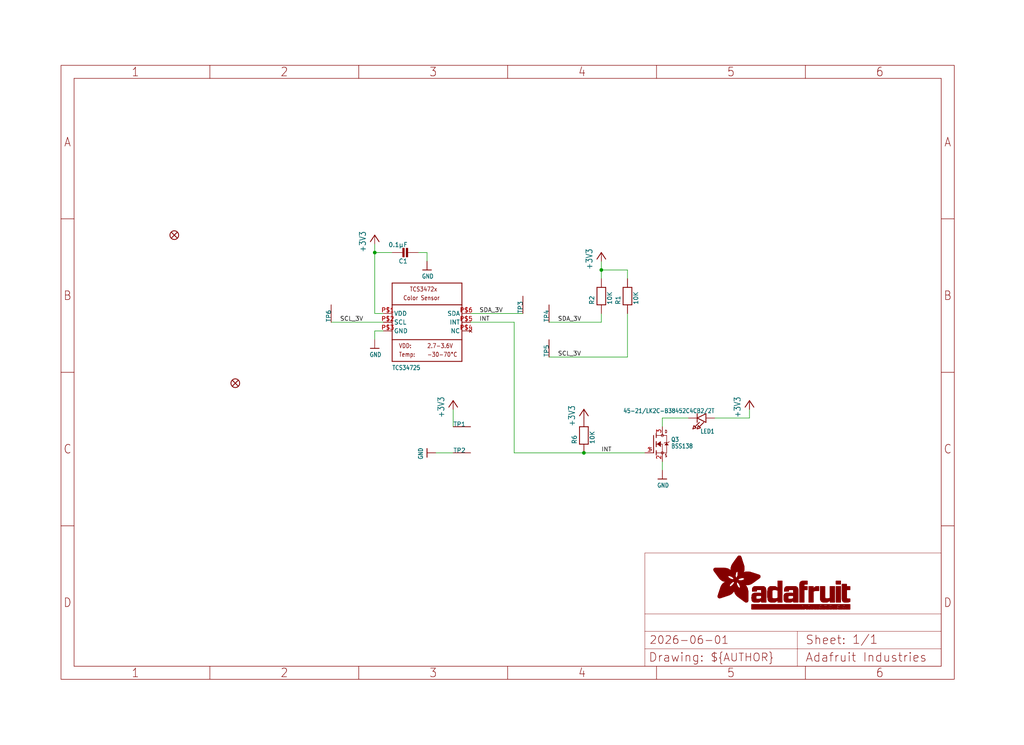
<source format=kicad_sch>
(kicad_sch (version 20230121) (generator eeschema)
  (paper "User" 298.45 217.322)
  (lib_symbols
    (symbol "working-eagle-import:+3V3" (power)
      (property "Value" "+3V3" (at -2.54 -5.08 90))
      (symbol "+3V3_1_0"
        (pin power_in line (at 0 -2.54 90) (length 2.54) (name "+3V3") (number "1"))
      )
    )
    (symbol "working-eagle-import:CAP_CERAMIC_0805"
      (property "Reference" "C" (at -1.79 0.54 90))
      (symbol "CAP_CERAMIC_0805_1_0"
        (pin passive line (at 0 5.08 270) (length 2.54) (name "1") (number "1"))
        (pin passive line (at 0 -2.54 90) (length 2.54) (name "2") (number "2"))
      )
    )
    (symbol "working-eagle-import:FIDUCIAL{dblquote}{dblquote}")
    (symbol "working-eagle-import:FRAME_A4_ADAFRUIT"
      (symbol "FRAME_A4_ADAFRUIT_1_0"
        (text "${#}/${##}" (at 230.505 10.16 0) (effects (font (size 2.54 2.54)) (justify left bottom)))
        (text "${AUTHOR}" (at 189.23 5.08 0) (effects (font (size 2.286 2.286)) (justify left bottom)))
        (text "${CURRENT_DATE}" (at 171.45 10.16 0) (effects (font (size 2.286 2.286)) (justify left bottom)))
        (text "${PROJECTNAME}" (at 171.45 15.24 0) (effects (font (size 2.54 2.54)) (justify left bottom)))
        (text "1" (at 21.6958 1.905 0) (effects (font (size 2.54 2.286))))
        (text "1" (at 21.6958 177.165 0) (effects (font (size 2.54 2.286))))
        (text "2" (at 65.0875 1.905 0) (effects (font (size 2.54 2.286))))
        (text "2" (at 65.0875 177.165 0) (effects (font (size 2.54 2.286))))
        (text "3" (at 108.4792 1.905 0) (effects (font (size 2.54 2.286))))
        (text "3" (at 108.4792 177.165 0) (effects (font (size 2.54 2.286))))
        (text "4" (at 151.8708 1.905 0) (effects (font (size 2.54 2.286))))
        (text "4" (at 151.8708 177.165 0) (effects (font (size 2.54 2.286))))
        (text "5" (at 195.2625 1.905 0) (effects (font (size 2.54 2.286))))
        (text "5" (at 195.2625 177.165 0) (effects (font (size 2.54 2.286))))
        (text "6" (at 238.6542 1.905 0) (effects (font (size 2.54 2.286))))
        (text "6" (at 238.6542 177.165 0) (effects (font (size 2.54 2.286))))
        (text "A" (at 1.905 156.6863 0) (effects (font (size 2.54 2.286))))
        (text "A" (at 258.445 156.6863 0) (effects (font (size 2.54 2.286))))
        (text "Adafruit Industries" (at 216.916 4.953 0) (effects (font (size 2.54 2.54)) (justify left bottom)))
        (text "B" (at 1.905 111.9188 0) (effects (font (size 2.54 2.286))))
        (text "B" (at 258.445 111.9188 0) (effects (font (size 2.54 2.286))))
        (text "C" (at 1.905 67.1513 0) (effects (font (size 2.54 2.286))))
        (text "C" (at 258.445 67.1513 0) (effects (font (size 2.54 2.286))))
        (text "D" (at 1.905 22.3838 0) (effects (font (size 2.54 2.286))))
        (text "D" (at 258.445 22.3838 0) (effects (font (size 2.54 2.286))))
        (text "Drawing:" (at 171.196 4.953 0) (effects (font (size 2.54 2.54)) (justify left bottom)))
        (text "Sheet:" (at 216.916 10.033 0) (effects (font (size 2.54 2.54)) (justify left bottom)))
      )
    )
    (symbol "working-eagle-import:GND" (power)
      (property "Value" "GND" (at -1.524 -2.54 0))
      (symbol "GND_1_0"
        (pin power_in line (at 0 2.54 270) (length 2.54) (name "GND") (number "1"))
      )
    )
    (symbol "working-eagle-import:LEDEV45-21"
      (property "Reference" "LED" (at -5.08 3.175 0))
      (symbol "LEDEV45-21_1_0"
        (pin passive line (at -5.08 0 0) (length 2.54) (name "A") (number "A"))
        (pin passive line (at 2.54 0 180) (length 2.54) (name "C") (number "K"))
      )
    )
    (symbol "working-eagle-import:LIGHT_TCS3472"
      (symbol "LIGHT_TCS3472_1_0"
        (text "-30-70°C" (at 0 -10.16 0) (effects (font (size 1.27 1.0795)) (justify left bottom)))
        (text "2.7-3.6V" (at 0 -7.62 0) (effects (font (size 1.27 1.0795)) (justify left bottom)))
        (text "Color Sensor" (at -6.985 6.35 0) (effects (font (size 1.27 1.0795)) (justify left bottom)))
        (text "TCS3472x" (at -5.08 8.89 0) (effects (font (size 1.27 1.0795)) (justify left bottom)))
        (text "Temp:" (at -8.255 -10.16 0) (effects (font (size 1.27 1.0795)) (justify left bottom)))
        (text "VDD:" (at -8.255 -7.62 0) (effects (font (size 1.27 1.0795)) (justify left bottom)))
        (pin power_in line (at -12.7 2.54 0) (length 2.54) (name "VDD") (number "P$1"))
        (pin bidirectional line (at -12.7 0 0) (length 2.54) (name "SCL") (number "P$2"))
        (pin power_in line (at -12.7 -2.54 0) (length 2.54) (name "GND") (number "P$3"))
        (pin no_connect line (at 12.7 -2.54 180) (length 2.54) (name "NC") (number "P$4"))
        (pin output line (at 12.7 0 180) (length 2.54) (name "INT") (number "P$5"))
        (pin bidirectional line (at 12.7 2.54 180) (length 2.54) (name "SDA") (number "P$6"))
      )
    )
    (symbol "working-eagle-import:MOSFET-NWIDE"
      (property "Reference" "Q" (at 5.08 0.635 0))
      (symbol "MOSFET-NWIDE_1_0"
        (text "D" (at 3.175 3.175 0) (effects (font (size 0.8128 0.6908)) (justify left bottom)))
        (text "G" (at -1.27 -1.905 0) (effects (font (size 0.8128 0.6908)) (justify left bottom)))
        (text "S" (at 3.175 -3.81 0) (effects (font (size 0.8128 0.6908)) (justify left bottom)))
        (pin bidirectional line (at -2.54 -2.54 0) (length 2.54) (name "G") (number "1"))
        (pin bidirectional line (at 2.54 -5.08 90) (length 2.54) (name "S") (number "2"))
        (pin bidirectional line (at 2.54 5.08 270) (length 2.54) (name "D") (number "3"))
      )
    )
    (symbol "working-eagle-import:RESISTOR_0805"
      (property "Reference" "R" (at -2.54 2.032 0))
      (symbol "RESISTOR_0805_1_0"
        (pin passive line (at -5.08 0 0) (length 2.54) (name "1") (number "1"))
        (pin passive line (at 5.08 0 180) (length 2.54) (name "2") (number "2"))
      )
    )
    (symbol "working-eagle-import:SEWTAP0.5IN"
      (property "Reference" "TP" (at 0 0 0))
      (symbol "SEWTAP0.5IN_1_0"
        (pin bidirectional line (at 0 0 0) (length 5.08) (name "SEW") (number "TAP"))
      )
    )
  )
  (junction (at 170.18 132.08))
  (junction (at 109.22 73.66))
  (junction (at 175.26 78.74))
  (wire (pts (xy 175.26 93.98) (xy 160.02 93.98)) (stroke (width 0.1524)))
  (wire (pts (xy 193.04 134.62) (xy 193.04 137.16)) (stroke (width 0.1524)))
  (wire (pts (xy 152.4 91.44) (xy 137.16 91.44)) (stroke (width 0.1524)))
  (wire (pts (xy 127 132.08) (xy 132.08 132.08)) (stroke (width 0.1524)))
  (wire (pts (xy 193.04 121.92) (xy 193.04 124.46)) (stroke (width 0.1524)))
  (wire (pts (xy 109.22 73.66) (xy 114.3 73.66)) (stroke (width 0.1524)))
  (wire (pts (xy 182.88 104.14) (xy 160.02 104.14)) (stroke (width 0.1524)))
  (wire (pts (xy 121.92 73.66) (xy 124.46 73.66)) (stroke (width 0.1524)))
  (wire (pts (xy 109.22 91.44) (xy 109.22 73.66)) (stroke (width 0.1524)))
  (wire (pts (xy 187.96 132.08) (xy 170.18 132.08)) (stroke (width 0.1524)))
  (wire (pts (xy 124.46 73.66) (xy 124.46 76.2)) (stroke (width 0.1524)))
  (wire (pts (xy 175.26 76.2) (xy 175.26 78.74)) (stroke (width 0.1524)))
  (wire (pts (xy 149.86 132.08) (xy 149.86 93.98)) (stroke (width 0.1524)))
  (wire (pts (xy 218.44 121.92) (xy 218.44 119.38)) (stroke (width 0.1524)))
  (wire (pts (xy 175.26 78.74) (xy 182.88 78.74)) (stroke (width 0.1524)))
  (wire (pts (xy 200.66 121.92) (xy 193.04 121.92)) (stroke (width 0.1524)))
  (wire (pts (xy 109.22 96.52) (xy 109.22 99.06)) (stroke (width 0.1524)))
  (wire (pts (xy 111.76 96.52) (xy 109.22 96.52)) (stroke (width 0.1524)))
  (wire (pts (xy 182.88 91.44) (xy 182.88 104.14)) (stroke (width 0.1524)))
  (wire (pts (xy 175.26 81.28) (xy 175.26 78.74)) (stroke (width 0.1524)))
  (wire (pts (xy 132.08 119.38) (xy 132.08 124.46)) (stroke (width 0.1524)))
  (wire (pts (xy 170.18 132.08) (xy 149.86 132.08)) (stroke (width 0.1524)))
  (wire (pts (xy 218.44 121.92) (xy 208.28 121.92)) (stroke (width 0.1524)))
  (wire (pts (xy 175.26 91.44) (xy 175.26 93.98)) (stroke (width 0.1524)))
  (wire (pts (xy 109.22 73.66) (xy 109.22 71.12)) (stroke (width 0.1524)))
  (wire (pts (xy 182.88 81.28) (xy 182.88 78.74)) (stroke (width 0.1524)))
  (wire (pts (xy 111.76 91.44) (xy 109.22 91.44)) (stroke (width 0.1524)))
  (wire (pts (xy 137.16 93.98) (xy 149.86 93.98)) (stroke (width 0.1524)))
  (wire (pts (xy 111.76 93.98) (xy 96.52 93.98)) (stroke (width 0.1524)))
  (label "SCL_3V" (at 162.56 104.14 0) (effects (font (size 1.2446 1.2446))))
  (label "INT" (at 175.26 132.08 0) (effects (font (size 1.2446 1.2446))))
  (label "SDA_3V" (at 162.56 93.98 0) (effects (font (size 1.2446 1.2446))))
  (label "INT" (at 139.7 93.98 0) (effects (font (size 1.2446 1.2446))))
  (label "SDA_3V" (at 139.7 91.44 0) (effects (font (size 1.2446 1.2446))))
  (label "SCL_3V" (at 99.06 93.98 0) (effects (font (size 1.2446 1.2446))))
  (symbol (lib_id "working-eagle-import:GND") (at 109.22 101.6 0) (unit 1)
    (property "Reference" "#U$3" (effects hide))
    (property "Value" "GND" (at 107.696 104.14 0) (effects (font (size 1.27 1.0795)) (justify left bottom)))
  )
  (symbol (lib_id "working-eagle-import:FIDUCIAL{dblquote}{dblquote}") (at 68.58 111.76 0) (unit 1)
    (property "Reference" "FID1" (effects hide))
    (property "Value" "FIDUCIAL{dblquote}{dblquote}" (effects hide))
    (property "Footprint" "working:FIDUCIAL_1MM" (effects hide))
  )
  (symbol (lib_id "working-eagle-import:RESISTOR_0805") (at 175.26 86.36 90) (unit 1)
    (property "Reference" "R2" (at 173.228 88.9 0) (effects (justify left bottom)))
    (property "Value" "10K" (at 178.435 88.9 0) (effects (justify left bottom)))
    (property "Footprint" "working:_0805" (effects hide))
  )
  (symbol (lib_id "working-eagle-import:LEDEV45-21") (at 203.2 121.92 180) (unit 1)
    (property "Reference" "LED1" (at 208.28 125.095 0) (effects (font (size 1.27 1.0795)) (justify left bottom)))
    (property "Value" "45-21/LK2C-B38452C4CB2/2T" (at 208.28 119.126 0) (effects (font (size 1.27 1.0795)) (justify left bottom)))
    (property "Footprint" "working:EVERLIGHT_45-21" (effects hide))
  )
  (symbol (lib_id "working-eagle-import:SEWTAP0.5IN") (at 152.4 91.44 90) (unit 1)
    (property "Reference" "TP3" (at 152.4 91.44 0) (effects (justify left bottom)))
    (property "Value" "SEWTAP0.5IN" (effects hide))
    (property "Footprint" "working:SEWINGTAP_0.5" (effects hide))
  )
  (symbol (lib_id "working-eagle-import:+3V3") (at 109.22 68.58 0) (unit 1)
    (property "Reference" "#+3V3" (effects hide))
    (property "Value" "+3V3" (at 106.68 73.66 90) (effects (font (size 1.778 1.5113)) (justify left bottom)))
  )
  (symbol (lib_id "working-eagle-import:RESISTOR_0805") (at 182.88 86.36 90) (unit 1)
    (property "Reference" "R1" (at 180.848 88.9 0) (effects (justify left bottom)))
    (property "Value" "10K" (at 186.055 88.9 0) (effects (justify left bottom)))
    (property "Footprint" "working:_0805" (effects hide))
  )
  (symbol (lib_id "working-eagle-import:CAP_CERAMIC_0805") (at 119.38 73.66 90) (unit 1)
    (property "Reference" "C1" (at 118.84 75.45 90) (effects (justify left bottom)))
    (property "Value" "0.1µF" (at 118.84 70.66 90) (effects (justify left bottom)))
    (property "Footprint" "working:_0805" (effects hide))
  )
  (symbol (lib_id "working-eagle-import:+3V3") (at 175.26 73.66 0) (unit 1)
    (property "Reference" "#+3V4" (effects hide))
    (property "Value" "+3V3" (at 172.72 78.74 90) (effects (font (size 1.778 1.5113)) (justify left bottom)))
  )
  (symbol (lib_id "working-eagle-import:FRAME_A4_ADAFRUIT") (at 17.78 198.12 0) (unit 1)
    (property "Reference" "#U$1" (effects hide))
    (property "Value" "FRAME_A4_ADAFRUIT" (effects hide))
  )
  (symbol (lib_id "working-eagle-import:SEWTAP0.5IN") (at 160.02 104.14 90) (unit 1)
    (property "Reference" "TP5" (at 160.02 104.14 0) (effects (justify left bottom)))
    (property "Value" "SEWTAP0.5IN" (effects hide))
    (property "Footprint" "working:SEWINGTAP_0.5" (effects hide))
  )
  (symbol (lib_id "working-eagle-import:LIGHT_TCS3472") (at 124.46 93.98 0) (unit 1)
    (property "Reference" "U1" (effects hide))
    (property "Value" "TCS34725" (at 114.3 107.95 0) (effects (font (size 1.27 1.0795)) (justify left bottom)))
    (property "Footprint" "working:TCS3472_FN6" (effects hide))
  )
  (symbol (lib_id "working-eagle-import:+3V3") (at 218.44 116.84 0) (unit 1)
    (property "Reference" "#+3V5" (effects hide))
    (property "Value" "+3V3" (at 215.9 121.92 90) (effects (font (size 1.778 1.5113)) (justify left bottom)))
  )
  (symbol (lib_id "working-eagle-import:SEWTAP0.5IN") (at 132.08 132.08 0) (unit 1)
    (property "Reference" "TP2" (at 132.08 132.08 0) (effects (justify left bottom)))
    (property "Value" "SEWTAP0.5IN" (effects hide))
    (property "Footprint" "working:SEWINGTAP_0.5" (effects hide))
  )
  (symbol (lib_id "working-eagle-import:+3V3") (at 132.08 116.84 0) (unit 1)
    (property "Reference" "#+3V1" (effects hide))
    (property "Value" "+3V3" (at 129.54 121.92 90) (effects (font (size 1.778 1.5113)) (justify left bottom)))
  )
  (symbol (lib_id "working-eagle-import:SEWTAP0.5IN") (at 160.02 93.98 90) (unit 1)
    (property "Reference" "TP4" (at 160.02 93.98 0) (effects (justify left bottom)))
    (property "Value" "SEWTAP0.5IN" (effects hide))
    (property "Footprint" "working:SEWINGTAP_0.5" (effects hide))
  )
  (symbol (lib_id "working-eagle-import:FIDUCIAL{dblquote}{dblquote}") (at 50.8 68.58 0) (unit 1)
    (property "Reference" "FID2" (effects hide))
    (property "Value" "FIDUCIAL{dblquote}{dblquote}" (effects hide))
    (property "Footprint" "working:FIDUCIAL_1MM" (effects hide))
  )
  (symbol (lib_id "working-eagle-import:MOSFET-NWIDE") (at 190.5 129.54 0) (unit 1)
    (property "Reference" "Q3" (at 195.58 128.905 0) (effects (font (size 1.27 1.0795)) (justify left bottom)))
    (property "Value" "BSS138" (at 195.58 130.81 0) (effects (font (size 1.27 1.0795)) (justify left bottom)))
    (property "Footprint" "working:SOT23-WIDE" (effects hide))
  )
  (symbol (lib_id "working-eagle-import:RESISTOR_0805") (at 170.18 127 90) (unit 1)
    (property "Reference" "R6" (at 168.148 129.54 0) (effects (justify left bottom)))
    (property "Value" "10K" (at 173.355 129.54 0) (effects (justify left bottom)))
    (property "Footprint" "working:_0805" (effects hide))
  )
  (symbol (lib_id "working-eagle-import:GND") (at 124.46 132.08 270) (unit 1)
    (property "Reference" "#U$6" (effects hide))
    (property "Value" "GND" (at 121.92 130.556 0) (effects (font (size 1.27 1.0795)) (justify left bottom)))
  )
  (symbol (lib_id "working-eagle-import:SEWTAP0.5IN") (at 132.08 124.46 0) (unit 1)
    (property "Reference" "TP1" (at 132.08 124.46 0) (effects (justify left bottom)))
    (property "Value" "SEWTAP0.5IN" (effects hide))
    (property "Footprint" "working:SEWINGTAP_0.5" (effects hide))
  )
  (symbol (lib_id "working-eagle-import:SEWTAP0.5IN") (at 96.52 93.98 90) (unit 1)
    (property "Reference" "TP6" (at 96.52 93.98 0) (effects (justify left bottom)))
    (property "Value" "SEWTAP0.5IN" (effects hide))
    (property "Footprint" "working:SEWINGTAP_0.5" (effects hide))
  )
  (symbol (lib_id "working-eagle-import:+3V3") (at 170.18 119.38 0) (unit 1)
    (property "Reference" "#+3V6" (effects hide))
    (property "Value" "+3V3" (at 167.64 124.46 90) (effects (font (size 1.778 1.5113)) (justify left bottom)))
  )
  (symbol (lib_id "working-eagle-import:GND") (at 193.04 139.7 0) (unit 1)
    (property "Reference" "#U$5" (effects hide))
    (property "Value" "GND" (at 191.516 142.24 0) (effects (font (size 1.27 1.0795)) (justify left bottom)))
  )
  (symbol (lib_id "working-eagle-import:GND") (at 124.46 78.74 0) (unit 1)
    (property "Reference" "#U$4" (effects hide))
    (property "Value" "GND" (at 122.936 81.28 0) (effects (font (size 1.27 1.0795)) (justify left bottom)))
  )
)
</source>
